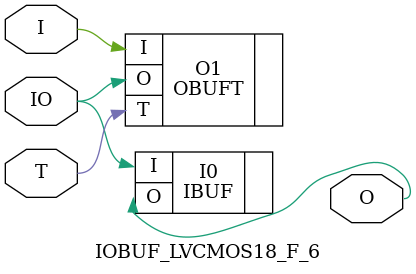
<source format=v>


`timescale  1 ps / 1 ps


module IOBUF_LVCMOS18_F_6 (O, IO, I, T);

    output O;

    inout  IO;

    input  I, T;

        OBUFT #(.IOSTANDARD("LVCMOS18"), .SLEW("FAST"), .DRIVE(6)) O1 (.O(IO), .I(I), .T(T)); 
	IBUF #(.IOSTANDARD("LVCMOS18"))  I0 (.O(O), .I(IO));
        

endmodule



</source>
